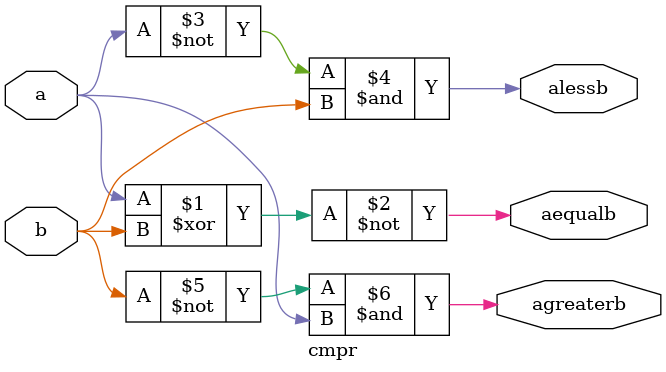
<source format=v>
`timescale 1ns / 1ps

module cmpr(

output alessb, aequalb, agreaterb,
input a,b
    );

xnor ul(aequalb,a,b);

assign alessb = ~a & b;

assign agreaterb = ~b & a;
endmodule

</source>
